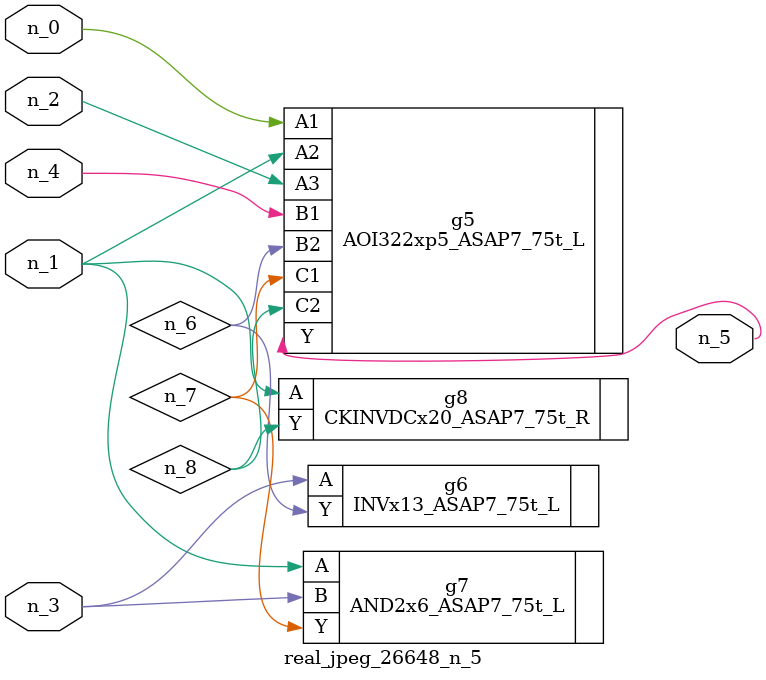
<source format=v>
module real_jpeg_26648_n_5 (n_4, n_0, n_1, n_2, n_3, n_5);

input n_4;
input n_0;
input n_1;
input n_2;
input n_3;

output n_5;

wire n_8;
wire n_6;
wire n_7;

AOI322xp5_ASAP7_75t_L g5 ( 
.A1(n_0),
.A2(n_1),
.A3(n_2),
.B1(n_4),
.B2(n_6),
.C1(n_7),
.C2(n_8),
.Y(n_5)
);

AND2x6_ASAP7_75t_L g7 ( 
.A(n_1),
.B(n_3),
.Y(n_7)
);

CKINVDCx20_ASAP7_75t_R g8 ( 
.A(n_1),
.Y(n_8)
);

INVx13_ASAP7_75t_L g6 ( 
.A(n_3),
.Y(n_6)
);


endmodule
</source>
